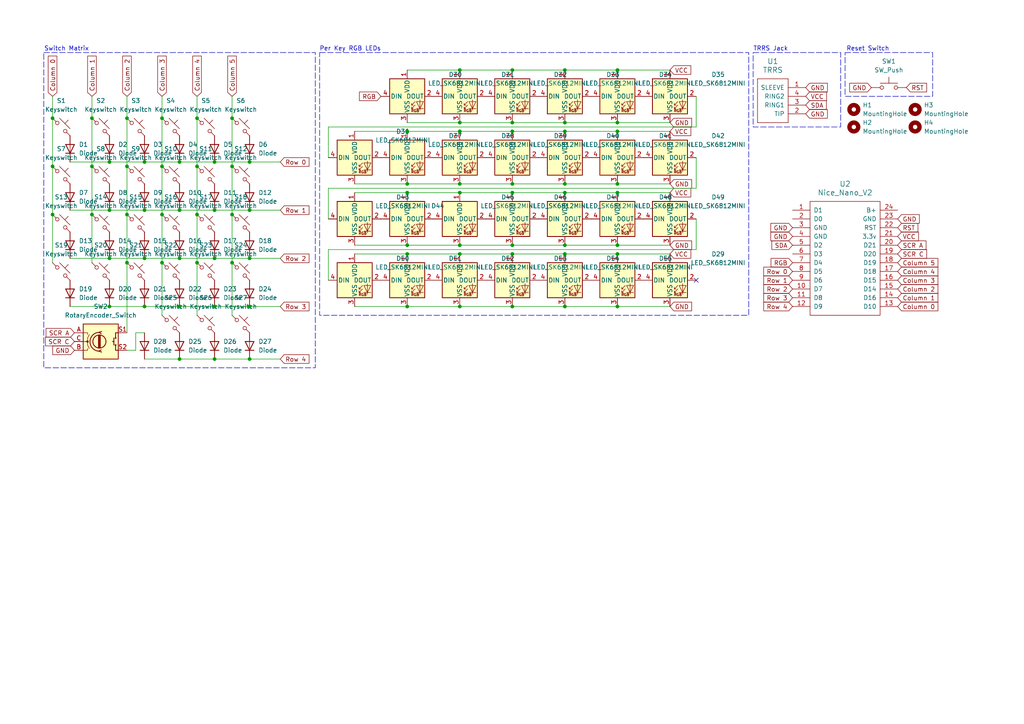
<source format=kicad_sch>
(kicad_sch (version 20231120) (generator "eeschema") (generator_version "8.0")
  (paper "A4")
  (junction (at 179.07 53.34))
  (junction (at 46.99 48.26))
  (junction (at 41.91 74.93))
  (junction (at 148.59 53.34))
  (junction (at 163.83 88.9))
  (junction (at 62.23 104.14))
  (junction (at 41.91 46.99))
  (junction (at 118.11 53.34))
  (junction (at 118.11 38.1))
  (junction (at 46.99 62.23))
  (junction (at 133.35 88.9))
  (junction (at 148.59 73.66))
  (junction (at 36.83 62.23))
  (junction (at 31.75 74.93))
  (junction (at 31.75 60.96))
  (junction (at 163.83 53.34))
  (junction (at 57.15 62.23))
  (junction (at 72.39 104.14))
  (junction (at 163.83 71.12))
  (junction (at 72.39 74.93))
  (junction (at 148.59 71.12))
  (junction (at 148.59 35.56))
  (junction (at 46.99 34.29))
  (junction (at 67.31 76.2))
  (junction (at 57.15 76.2))
  (junction (at 52.07 88.9))
  (junction (at 72.39 60.96))
  (junction (at 46.99 76.2))
  (junction (at 133.35 73.66))
  (junction (at 15.24 48.26))
  (junction (at 179.07 73.66))
  (junction (at 148.59 55.88))
  (junction (at 133.35 38.1))
  (junction (at 41.91 60.96))
  (junction (at 179.07 88.9))
  (junction (at 179.07 71.12))
  (junction (at 179.07 35.56))
  (junction (at 163.83 20.32))
  (junction (at 179.07 55.88))
  (junction (at 26.67 48.26))
  (junction (at 52.07 46.99))
  (junction (at 31.75 88.9))
  (junction (at 62.23 60.96))
  (junction (at 118.11 71.12))
  (junction (at 57.15 48.26))
  (junction (at 118.11 88.9))
  (junction (at 148.59 38.1))
  (junction (at 15.24 62.23))
  (junction (at 133.35 53.34))
  (junction (at 133.35 35.56))
  (junction (at 15.24 34.29))
  (junction (at 26.67 34.29))
  (junction (at 36.83 76.2))
  (junction (at 52.07 60.96))
  (junction (at 36.83 34.29))
  (junction (at 62.23 74.93))
  (junction (at 62.23 88.9))
  (junction (at 163.83 35.56))
  (junction (at 133.35 55.88))
  (junction (at 31.75 46.99))
  (junction (at 52.07 104.14))
  (junction (at 163.83 38.1))
  (junction (at 72.39 46.99))
  (junction (at 163.83 73.66))
  (junction (at 118.11 55.88))
  (junction (at 41.91 88.9))
  (junction (at 67.31 48.26))
  (junction (at 72.39 88.9))
  (junction (at 118.11 73.66))
  (junction (at 133.35 71.12))
  (junction (at 26.67 62.23))
  (junction (at 67.31 34.29))
  (junction (at 52.07 74.93))
  (junction (at 179.07 38.1))
  (junction (at 57.15 34.29))
  (junction (at 62.23 46.99))
  (junction (at 148.59 20.32))
  (junction (at 67.31 62.23))
  (junction (at 148.59 88.9))
  (junction (at 163.83 55.88))
  (junction (at 36.83 48.26))
  (junction (at 133.35 20.32))
  (junction (at 179.07 20.32))
  (no_connect (at 201.93 81.28))
  (wire (pts (xy 26.67 34.29) (xy 26.67 48.26)))
  (wire (pts (xy 179.07 55.88) (xy 194.31 55.88)))
  (wire (pts (xy 41.91 74.93) (xy 52.07 74.93)))
  (wire (pts (xy 95.25 63.5) (xy 95.25 54.61)))
  (wire (pts (xy 67.31 76.2) (xy 67.31 91.44)))
  (wire (pts (xy 118.11 88.9) (xy 133.35 88.9)))
  (wire (pts (xy 57.15 34.29) (xy 57.15 48.26)))
  (wire (pts (xy 118.11 71.12) (xy 133.35 71.12)))
  (wire (pts (xy 118.11 38.1) (xy 133.35 38.1)))
  (wire (pts (xy 20.32 46.99) (xy 31.75 46.99)))
  (wire (pts (xy 62.23 46.99) (xy 72.39 46.99)))
  (wire (pts (xy 52.07 88.9) (xy 62.23 88.9)))
  (wire (pts (xy 95.25 72.39) (xy 201.93 72.39)))
  (wire (pts (xy 102.87 73.66) (xy 118.11 73.66)))
  (wire (pts (xy 133.35 35.56) (xy 148.59 35.56)))
  (wire (pts (xy 148.59 35.56) (xy 163.83 35.56)))
  (wire (pts (xy 41.91 104.14) (xy 52.07 104.14)))
  (wire (pts (xy 163.83 20.32) (xy 179.07 20.32)))
  (wire (pts (xy 39.37 96.52) (xy 39.37 101.6)))
  (wire (pts (xy 179.07 88.9) (xy 194.31 88.9)))
  (wire (pts (xy 15.24 27.94) (xy 15.24 34.29)))
  (wire (pts (xy 179.07 71.12) (xy 194.31 71.12)))
  (wire (pts (xy 52.07 74.93) (xy 62.23 74.93)))
  (wire (pts (xy 118.11 20.32) (xy 133.35 20.32)))
  (wire (pts (xy 179.07 53.34) (xy 194.31 53.34)))
  (wire (pts (xy 31.75 60.96) (xy 41.91 60.96)))
  (wire (pts (xy 26.67 48.26) (xy 26.67 62.23)))
  (wire (pts (xy 102.87 38.1) (xy 118.11 38.1)))
  (wire (pts (xy 31.75 46.99) (xy 41.91 46.99)))
  (wire (pts (xy 72.39 74.93) (xy 81.28 74.93)))
  (wire (pts (xy 102.87 71.12) (xy 118.11 71.12)))
  (wire (pts (xy 163.83 73.66) (xy 179.07 73.66)))
  (wire (pts (xy 67.31 48.26) (xy 67.31 62.23)))
  (wire (pts (xy 46.99 34.29) (xy 46.99 48.26)))
  (wire (pts (xy 148.59 88.9) (xy 163.83 88.9)))
  (wire (pts (xy 57.15 62.23) (xy 57.15 76.2)))
  (wire (pts (xy 163.83 35.56) (xy 179.07 35.56)))
  (wire (pts (xy 57.15 27.94) (xy 57.15 34.29)))
  (wire (pts (xy 41.91 46.99) (xy 52.07 46.99)))
  (wire (pts (xy 148.59 71.12) (xy 163.83 71.12)))
  (wire (pts (xy 201.93 72.39) (xy 201.93 63.5)))
  (wire (pts (xy 46.99 62.23) (xy 46.99 76.2)))
  (wire (pts (xy 26.67 62.23) (xy 26.67 76.2)))
  (wire (pts (xy 31.75 74.93) (xy 41.91 74.93)))
  (wire (pts (xy 57.15 76.2) (xy 57.15 91.44)))
  (wire (pts (xy 62.23 74.93) (xy 72.39 74.93)))
  (wire (pts (xy 118.11 55.88) (xy 133.35 55.88)))
  (wire (pts (xy 95.25 54.61) (xy 201.93 54.61)))
  (wire (pts (xy 133.35 55.88) (xy 148.59 55.88)))
  (wire (pts (xy 36.83 34.29) (xy 36.83 48.26)))
  (wire (pts (xy 36.83 62.23) (xy 36.83 76.2)))
  (wire (pts (xy 41.91 88.9) (xy 52.07 88.9)))
  (wire (pts (xy 52.07 60.96) (xy 62.23 60.96)))
  (wire (pts (xy 15.24 34.29) (xy 15.24 48.26)))
  (wire (pts (xy 20.32 88.9) (xy 31.75 88.9)))
  (wire (pts (xy 46.99 76.2) (xy 46.99 91.44)))
  (wire (pts (xy 102.87 88.9) (xy 118.11 88.9)))
  (wire (pts (xy 52.07 104.14) (xy 62.23 104.14)))
  (wire (pts (xy 20.32 74.93) (xy 31.75 74.93)))
  (wire (pts (xy 46.99 27.94) (xy 46.99 34.29)))
  (wire (pts (xy 57.15 48.26) (xy 57.15 62.23)))
  (wire (pts (xy 31.75 88.9) (xy 41.91 88.9)))
  (wire (pts (xy 41.91 96.52) (xy 39.37 96.52)))
  (wire (pts (xy 72.39 88.9) (xy 81.28 88.9)))
  (wire (pts (xy 95.25 45.72) (xy 95.25 36.83)))
  (wire (pts (xy 133.35 38.1) (xy 148.59 38.1)))
  (wire (pts (xy 148.59 53.34) (xy 163.83 53.34)))
  (wire (pts (xy 148.59 38.1) (xy 163.83 38.1)))
  (wire (pts (xy 46.99 48.26) (xy 46.99 62.23)))
  (wire (pts (xy 163.83 88.9) (xy 179.07 88.9)))
  (wire (pts (xy 179.07 35.56) (xy 194.31 35.56)))
  (wire (pts (xy 20.32 60.96) (xy 31.75 60.96)))
  (wire (pts (xy 163.83 55.88) (xy 179.07 55.88)))
  (wire (pts (xy 133.35 53.34) (xy 148.59 53.34)))
  (wire (pts (xy 118.11 53.34) (xy 133.35 53.34)))
  (wire (pts (xy 36.83 48.26) (xy 36.83 62.23)))
  (wire (pts (xy 36.83 27.94) (xy 36.83 34.29)))
  (wire (pts (xy 15.24 48.26) (xy 15.24 62.23)))
  (wire (pts (xy 52.07 46.99) (xy 62.23 46.99)))
  (wire (pts (xy 72.39 46.99) (xy 81.28 46.99)))
  (wire (pts (xy 62.23 104.14) (xy 72.39 104.14)))
  (wire (pts (xy 26.67 27.94) (xy 26.67 34.29)))
  (wire (pts (xy 148.59 20.32) (xy 163.83 20.32)))
  (wire (pts (xy 179.07 38.1) (xy 194.31 38.1)))
  (wire (pts (xy 179.07 73.66) (xy 194.31 73.66)))
  (wire (pts (xy 39.37 101.6) (xy 36.83 101.6)))
  (wire (pts (xy 72.39 104.14) (xy 81.28 104.14)))
  (wire (pts (xy 133.35 88.9) (xy 148.59 88.9)))
  (wire (pts (xy 163.83 53.34) (xy 179.07 53.34)))
  (wire (pts (xy 201.93 54.61) (xy 201.93 45.72)))
  (wire (pts (xy 133.35 20.32) (xy 148.59 20.32)))
  (wire (pts (xy 179.07 20.32) (xy 194.31 20.32)))
  (wire (pts (xy 62.23 60.96) (xy 72.39 60.96)))
  (wire (pts (xy 163.83 38.1) (xy 179.07 38.1)))
  (wire (pts (xy 133.35 73.66) (xy 148.59 73.66)))
  (wire (pts (xy 201.93 36.83) (xy 201.93 27.94)))
  (wire (pts (xy 41.91 60.96) (xy 52.07 60.96)))
  (wire (pts (xy 163.83 71.12) (xy 179.07 71.12)))
  (wire (pts (xy 148.59 73.66) (xy 163.83 73.66)))
  (wire (pts (xy 102.87 53.34) (xy 118.11 53.34)))
  (wire (pts (xy 67.31 27.94) (xy 67.31 34.29)))
  (wire (pts (xy 62.23 88.9) (xy 72.39 88.9)))
  (wire (pts (xy 15.24 62.23) (xy 15.24 76.2)))
  (wire (pts (xy 148.59 55.88) (xy 163.83 55.88)))
  (wire (pts (xy 118.11 73.66) (xy 133.35 73.66)))
  (wire (pts (xy 95.25 36.83) (xy 201.93 36.83)))
  (wire (pts (xy 118.11 35.56) (xy 133.35 35.56)))
  (wire (pts (xy 102.87 55.88) (xy 118.11 55.88)))
  (wire (pts (xy 72.39 60.96) (xy 81.28 60.96)))
  (wire (pts (xy 67.31 62.23) (xy 67.31 76.2)))
  (wire (pts (xy 67.31 34.29) (xy 67.31 48.26)))
  (wire (pts (xy 36.83 76.2) (xy 36.83 96.52)))
  (wire (pts (xy 95.25 81.28) (xy 95.25 72.39)))
  (wire (pts (xy 133.35 71.12) (xy 148.59 71.12)))
  (rectangle (start 12.7 15.24) (end 91.44 106.68) (stroke (width 0) (type dash)))
  (rectangle (start 245.11 15.24) (end 270.51 27.94) (stroke (width 0) (type dash)))
  (rectangle (start 218.44 15.24) (end 243.84 36.83) (stroke (width 0) (type dash)))
  (rectangle (start 92.71 15.24) (end 217.17 91.44) (stroke (width 0) (type dash)))
  (text "Reset Switch" (at 251.714 14.224 0) (effects (font (size 1.27 1.27))))
  (text "TRRS Jack" (at 223.52 14.224 0) (effects (font (size 1.27 1.27))))
  (text "Switch Matrix" (at 19.304 14.224 0) (effects (font (size 1.27 1.27))))
  (text "Per Key RGB LEDs" (at 101.6 14.224 0) (effects (font (size 1.27 1.27))))
  (global_label "GND" (shape input) (at 252.73 25.4 180) (property "Intersheetrefs" "${INTERSHEET_REFS}" (effects (hide yes))))
  (global_label "GND" (shape input) (at 194.31 88.9 0) (property "Intersheetrefs" "${INTERSHEET_REFS}" (effects (hide yes))))
  (global_label "GND" (shape input) (at 229.87 66.04 180) (property "Intersheetrefs" "${INTERSHEET_REFS}" (effects (hide yes))))
  (global_label "GND" (shape input) (at 233.68 33.02 0) (property "Intersheetrefs" "${INTERSHEET_REFS}" (effects (hide yes))))
  (global_label "Row 3" (shape input) (at 229.87 86.36 180) (property "Intersheetrefs" "${INTERSHEET_REFS}" (effects (hide yes))))
  (global_label "Row 3" (shape input) (at 81.28 88.9 0) (property "Intersheetrefs" "${INTERSHEET_REFS}" (effects (hide yes))))
  (global_label "Row 2" (shape input) (at 81.28 74.93 0) (property "Intersheetrefs" "${INTERSHEET_REFS}" (effects (hide yes))))
  (global_label "Column 3" (shape input) (at 260.35 81.28 0) (property "Intersheetrefs" "${INTERSHEET_REFS}" (effects (hide yes))))
  (global_label "Column 4" (shape input) (at 260.35 78.74 0) (property "Intersheetrefs" "${INTERSHEET_REFS}" (effects (hide yes))))
  (global_label "Row 4" (shape input) (at 229.87 88.9 180) (property "Intersheetrefs" "${INTERSHEET_REFS}" (effects (hide yes))))
  (global_label "Column 0" (shape input) (at 15.24 27.94 90) (property "Intersheetrefs" "${INTERSHEET_REFS}" (effects (hide yes))))
  (global_label "GND" (shape input) (at 260.35 63.5 0) (property "Intersheetrefs" "${INTERSHEET_REFS}" (effects (hide yes))))
  (global_label "Row 2" (shape input) (at 229.87 83.82 180) (property "Intersheetrefs" "${INTERSHEET_REFS}" (effects (hide yes))))
  (global_label "Column 5" (shape input) (at 67.31 27.94 90) (property "Intersheetrefs" "${INTERSHEET_REFS}" (effects (hide yes))))
  (global_label "GND" (shape input) (at 233.68 25.4 0) (property "Intersheetrefs" "${INTERSHEET_REFS}" (effects (hide yes))))
  (global_label "RGB" (shape input) (at 229.87 76.2 180) (property "Intersheetrefs" "${INTERSHEET_REFS}" (effects (hide yes))))
  (global_label "Row 4" (shape input) (at 81.28 104.14 0) (property "Intersheetrefs" "${INTERSHEET_REFS}" (effects (hide yes))))
  (global_label "Column 2" (shape input) (at 260.35 83.82 0) (property "Intersheetrefs" "${INTERSHEET_REFS}" (effects (hide yes))))
  (global_label "GND" (shape input) (at 21.59 101.6 180) (property "Intersheetrefs" "${INTERSHEET_REFS}" (effects (hide yes))))
  (global_label "VCC" (shape input) (at 194.31 38.1 0) (property "Intersheetrefs" "${INTERSHEET_REFS}" (effects (hide yes))))
  (global_label "Row 0" (shape input) (at 81.28 46.99 0) (property "Intersheetrefs" "${INTERSHEET_REFS}" (effects (hide yes))))
  (global_label "SDA" (shape input) (at 233.68 30.48 0) (property "Intersheetrefs" "${INTERSHEET_REFS}" (effects (hide yes))))
  (global_label "Row 1" (shape input) (at 229.87 81.28 180) (property "Intersheetrefs" "${INTERSHEET_REFS}" (effects (hide yes))))
  (global_label "RGB" (shape input) (at 110.49 27.94 180) (property "Intersheetrefs" "${INTERSHEET_REFS}" (effects (hide yes))))
  (global_label "SCR C" (shape input) (at 21.59 99.06 180) (property "Intersheetrefs" "${INTERSHEET_REFS}" (effects (hide yes))))
  (global_label "Column 5" (shape input) (at 260.35 76.2 0) (property "Intersheetrefs" "${INTERSHEET_REFS}" (effects (hide yes))))
  (global_label "GND" (shape input) (at 194.31 53.34 0) (property "Intersheetrefs" "${INTERSHEET_REFS}" (effects (hide yes))))
  (global_label "Column 1" (shape input) (at 26.67 27.94 90) (property "Intersheetrefs" "${INTERSHEET_REFS}" (effects (hide yes))))
  (global_label "VCC" (shape input) (at 194.31 20.32 0) (property "Intersheetrefs" "${INTERSHEET_REFS}" (effects (hide yes))))
  (global_label "VCC" (shape input) (at 260.35 68.58 0) (property "Intersheetrefs" "${INTERSHEET_REFS}" (effects (hide yes))))
  (global_label "GND" (shape input) (at 194.31 35.56 0) (property "Intersheetrefs" "${INTERSHEET_REFS}" (effects (hide yes))))
  (global_label "VCC" (shape input) (at 194.31 55.88 0) (property "Intersheetrefs" "${INTERSHEET_REFS}" (effects (hide yes))))
  (global_label "Row 1" (shape input) (at 81.28 60.96 0) (property "Intersheetrefs" "${INTERSHEET_REFS}" (effects (hide yes))))
  (global_label "RST" (shape input) (at 260.35 66.04 0) (property "Intersheetrefs" "${INTERSHEET_REFS}" (effects (hide yes))))
  (global_label "Column 3" (shape input) (at 46.99 27.94 90) (property "Intersheetrefs" "${INTERSHEET_REFS}" (effects (hide yes))))
  (global_label "GND" (shape input) (at 229.87 68.58 180) (property "Intersheetrefs" "${INTERSHEET_REFS}" (effects (hide yes))))
  (global_label "SDA" (shape input) (at 229.87 71.12 180) (property "Intersheetrefs" "${INTERSHEET_REFS}" (effects (hide yes))))
  (global_label "Column 4" (shape input) (at 57.15 27.94 90) (property "Intersheetrefs" "${INTERSHEET_REFS}" (effects (hide yes))))
  (global_label "Column 2" (shape input) (at 36.83 27.94 90) (property "Intersheetrefs" "${INTERSHEET_REFS}" (effects (hide yes))))
  (global_label "SCR A" (shape input) (at 260.35 71.12 0) (property "Intersheetrefs" "${INTERSHEET_REFS}" (effects (hide yes))))
  (global_label "Column 0" (shape input) (at 260.35 88.9 0) (property "Intersheetrefs" "${INTERSHEET_REFS}" (effects (hide yes))))
  (global_label "Column 1" (shape input) (at 260.35 86.36 0) (property "Intersheetrefs" "${INTERSHEET_REFS}" (effects (hide yes))))
  (global_label "Row 0" (shape input) (at 229.87 78.74 180) (property "Intersheetrefs" "${INTERSHEET_REFS}" (effects (hide yes))))
  (global_label "VCC" (shape input) (at 194.31 73.66 0) (property "Intersheetrefs" "${INTERSHEET_REFS}" (effects (hide yes))))
  (global_label "SCR A" (shape input) (at 21.59 96.52 180) (property "Intersheetrefs" "${INTERSHEET_REFS}" (effects (hide yes))))
  (global_label "SCR C" (shape input) (at 260.35 73.66 0) (property "Intersheetrefs" "${INTERSHEET_REFS}" (effects (hide yes))))
  (global_label "GND" (shape input) (at 194.31 71.12 0) (property "Intersheetrefs" "${INTERSHEET_REFS}" (effects (hide yes))))
  (global_label "VCC" (shape input) (at 233.68 27.94 0) (property "Intersheetrefs" "${INTERSHEET_REFS}" (effects (hide yes))))
  (global_label "RST" (shape input) (at 262.89 25.4 0) (property "Intersheetrefs" "${INTERSHEET_REFS}" (effects (hide yes))))
  (symbol (lib_id "Mechanical:MountingHole") (at 265.43 31.75 0) (unit 1) (exclude_from_sim yes) (in_bom no)
    (property "Reference" "H3" (at 267.97 30.4799 0) (effects (justify left)))
    (property "Value" "MountingHole" (at 267.97 33.0199 0) (effects (justify left)))
    (property "Footprint" "Flippy:MountingHole_2.2mm_M2_Pad_Via" (effects (hide yes)))
    (property "Description" "Mounting Hole without connection" (effects (hide yes)))
  )
  (symbol (lib_id "ScottoKeebs:Placeholder_Diode") (at 62.23 71.12 90) (unit 1)
    (property "Reference" "D17" (at 64.77 69.8499 90) (effects (justify right)))
    (property "Value" "Diode" (at 64.77 72.3899 90) (effects (justify right)))
    (property "Footprint" "Flippy:Diode_DO-35-FLIP" (effects (hide yes)))
    (property "Description" "1N4148 (DO-35) or 1N4148W (SOD-123)" (effects (hide yes)))
    (property "Sim.Device" "D" (effects (hide yes)))
    (property "Sim.Pins" "1=K 2=A" (effects (hide yes)))
  )
  (symbol (lib_id "Flippy:LED_SK6812MINI_E") (at 163.83 81.28 0) (unit 1)
    (property "Reference" "D54" (at 177.8 74.9614 0))
    (property "Value" "LED_SK6812MINI" (at 177.8 77.5014 0))
    (property "Footprint" "Flippy:SK6812_mini_e_flipable" (effects (hide yes)))
    (property "Datasheet" "https://cdn-shop.adafruit.com/product-files/2686/SK6812MINI_REV.01-1-2.pdf" (effects (hide yes)))
    (property "Description" "RGB LED with integrated controller" (effects (hide yes)))
  )
  (symbol (lib_id "Flippy:LED_SK6812MINI_E") (at 133.35 81.28 0) (unit 1)
    (property "Reference" "D52" (at 147.32 74.9614 0))
    (property "Value" "LED_SK6812MINI" (at 147.32 77.5014 0))
    (property "Footprint" "Flippy:SK6812_mini_e_flipable" (effects (hide yes)))
    (property "Datasheet" "https://cdn-shop.adafruit.com/product-files/2686/SK6812MINI_REV.01-1-2.pdf" (effects (hide yes)))
    (property "Description" "RGB LED with integrated controller" (effects (hide yes)))
  )
  (symbol (lib_id "Mechanical:MountingHole") (at 247.65 36.83 0) (unit 1) (exclude_from_sim yes) (in_bom no)
    (property "Reference" "H2" (at 250.19 35.5599 0) (effects (justify left)))
    (property "Value" "MountingHole" (at 250.19 38.0999 0) (effects (justify left)))
    (property "Footprint" "Flippy:MountingHole_2.2mm_M2_Pad_Via" (effects (hide yes)))
    (property "Description" "Mounting Hole without connection" (effects (hide yes)))
  )
  (symbol (lib_id "Flippy:LED_SK6812MINI_E") (at 133.35 63.5 0) (unit 1)
    (property "Reference" "D45" (at 147.32 57.1814 0))
    (property "Value" "LED_SK6812MINI" (at 147.32 59.7214 0))
    (property "Footprint" "Flippy:SK6812_mini_e_flipable" (effects (hide yes)))
    (property "Datasheet" "https://cdn-shop.adafruit.com/product-files/2686/SK6812MINI_REV.01-1-2.pdf" (effects (hide yes)))
    (property "Description" "RGB LED with integrated controller" (effects (hide yes)))
  )
  (symbol (lib_id "ScottoKeebs:Placeholder_Keyswitch") (at 39.37 78.74 0) (unit 1)
    (property "Reference" "S21" (at 39.37 71.12 0))
    (property "Value" "Keyswitch" (at 39.37 73.66 0))
    (property "Footprint" "Flippy:Kailh-PG1350-1u-reversible-No-Clickhole" (effects (hide yes)))
    (property "Description" "Push button switch, normally open, two pins, 45° tilted" (effects (hide yes)))
  )
  (symbol (lib_id "ScottoKeebs:Placeholder_Diode") (at 62.23 100.33 90) (unit 1)
    (property "Reference" "D26" (at 64.77 99.0599 90) (effects (justify right)))
    (property "Value" "Diode" (at 64.77 101.5999 90) (effects (justify right)))
    (property "Footprint" "Flippy:Diode_DO-35-FLIP" (effects (hide yes)))
    (property "Description" "1N4148 (DO-35) or 1N4148W (SOD-123)" (effects (hide yes)))
    (property "Sim.Device" "D" (effects (hide yes)))
    (property "Sim.Pins" "1=K 2=A" (effects (hide yes)))
  )
  (symbol (lib_id "ScottoKeebs:Placeholder_Keyswitch") (at 29.21 50.8 0) (unit 1)
    (property "Reference" "S8" (at 29.21 43.18 0))
    (property "Value" "Keyswitch" (at 29.21 45.72 0))
    (property "Footprint" "Flippy:Kailh-PG1350-1u-reversible-No-Clickhole" (effects (hide yes)))
    (property "Description" "Push button switch, normally open, two pins, 45° tilted" (effects (hide yes)))
  )
  (symbol (lib_id "ScottoKeebs:Placeholder_Keyswitch") (at 59.69 78.74 0) (unit 1)
    (property "Reference" "S23" (at 59.69 71.12 0))
    (property "Value" "Keyswitch" (at 59.69 73.66 0))
    (property "Footprint" "Flippy:Kailh-PG1350-1u-reversible-No-Clickhole" (effects (hide yes)))
    (property "Description" "Push button switch, normally open, two pins, 45° tilted" (effects (hide yes)))
  )
  (symbol (lib_id "ScottoKeebs:Placeholder_Diode") (at 20.32 71.12 90) (unit 1)
    (property "Reference" "D13" (at 22.86 69.8499 90) (effects (justify right)))
    (property "Value" "Diode" (at 22.86 72.3899 90) (effects (justify right)))
    (property "Footprint" "Flippy:Diode_DO-35-FLIP" (effects (hide yes)))
    (property "Description" "1N4148 (DO-35) or 1N4148W (SOD-123)" (effects (hide yes)))
    (property "Sim.Device" "D" (effects (hide yes)))
    (property "Sim.Pins" "1=K 2=A" (effects (hide yes)))
  )
  (symbol (lib_id "ScottoKeebs:Placeholder_Diode") (at 72.39 100.33 90) (unit 1)
    (property "Reference" "D27" (at 74.93 99.0599 90) (effects (justify right)))
    (property "Value" "Diode" (at 74.93 101.5999 90) (effects (justify right)))
    (property "Footprint" "Flippy:Diode_DO-35-FLIP" (effects (hide yes)))
    (property "Description" "1N4148 (DO-35) or 1N4148W (SOD-123)" (effects (hide yes)))
    (property "Sim.Device" "D" (effects (hide yes)))
    (property "Sim.Pins" "1=K 2=A" (effects (hide yes)))
  )
  (symbol (lib_id "Flippy:LED_SK6812MINI_E") (at 118.11 45.72 0) (unit 1)
    (property "Reference" "D37" (at 132.08 39.4014 0))
    (property "Value" "LED_SK6812MINI" (at 132.08 41.9414 0))
    (property "Footprint" "Flippy:SK6812_mini_e_flipable" (effects (hide yes)))
    (property "Datasheet" "https://cdn-shop.adafruit.com/product-files/2686/SK6812MINI_REV.01-1-2.pdf" (effects (hide yes)))
    (property "Description" "RGB LED with integrated controller" (effects (hide yes)))
  )
  (symbol (lib_id "ScottoKeebs:Placeholder_Keyswitch") (at 49.53 36.83 0) (unit 1)
    (property "Reference" "S4" (at 49.53 29.21 0))
    (property "Value" "Keyswitch" (at 49.53 31.75 0))
    (property "Footprint" "Flippy:Kailh-PG1350-1u-reversible-No-Clickhole" (effects (hide yes)))
    (property "Description" "Push button switch, normally open, two pins, 45° tilted" (effects (hide yes)))
  )
  (symbol (lib_id "Flippy:LED_SK6812MINI_E") (at 179.07 63.5 0) (unit 1)
    (property "Reference" "D48" (at 193.04 57.1814 0))
    (property "Value" "LED_SK6812MINI" (at 193.04 59.7214 0))
    (property "Footprint" "Flippy:SK6812_mini_e_flipable" (effects (hide yes)))
    (property "Datasheet" "https://cdn-shop.adafruit.com/product-files/2686/SK6812MINI_REV.01-1-2.pdf" (effects (hide yes)))
    (property "Description" "RGB LED with integrated controller" (effects (hide yes)))
  )
  (symbol (lib_id "Flippy:LED_SK6812MINI_E") (at 148.59 81.28 0) (unit 1)
    (property "Reference" "D53" (at 162.56 74.9614 0))
    (property "Value" "LED_SK6812MINI" (at 162.56 77.5014 0))
    (property "Footprint" "Flippy:SK6812_mini_e_flipable" (effects (hide yes)))
    (property "Datasheet" "https://cdn-shop.adafruit.com/product-files/2686/SK6812MINI_REV.01-1-2.pdf" (effects (hide yes)))
    (property "Description" "RGB LED with integrated controller" (effects (hide yes)))
  )
  (symbol (lib_id "Flippy:LED_SK6812MINI_E") (at 194.31 27.94 0) (unit 1)
    (property "Reference" "D35" (at 208.28 21.6214 0))
    (property "Value" "LED_SK6812MINI" (at 208.28 24.1614 0))
    (property "Footprint" "Flippy:SK6812_mini_e_flipable" (effects (hide yes)))
    (property "Datasheet" "https://cdn-shop.adafruit.com/product-files/2686/SK6812MINI_REV.01-1-2.pdf" (effects (hide yes)))
    (property "Description" "RGB LED with integrated controller" (effects (hide yes)))
  )
  (symbol (lib_id "Mechanical:MountingHole") (at 247.65 31.75 0) (unit 1) (exclude_from_sim yes) (in_bom no)
    (property "Reference" "H1" (at 250.19 30.4799 0) (effects (justify left)))
    (property "Value" "MountingHole" (at 250.19 33.0199 0) (effects (justify left)))
    (property "Footprint" "Flippy:MountingHole_2.2mm_M2_Pad_Via" (effects (hide yes)))
    (property "Description" "Mounting Hole without connection" (effects (hide yes)))
  )
  (symbol (lib_id "Flippy:LED_SK6812MINI_E") (at 148.59 27.94 0) (unit 1)
    (property "Reference" "D32" (at 162.56 21.6214 0))
    (property "Value" "LED_SK6812MINI" (at 162.56 24.1614 0))
    (property "Footprint" "Flippy:SK6812_mini_e_flipable" (effects (hide yes)))
    (property "Datasheet" "https://cdn-shop.adafruit.com/product-files/2686/SK6812MINI_REV.01-1-2.pdf" (effects (hide yes)))
    (property "Description" "RGB LED with integrated controller" (effects (hide yes)))
  )
  (symbol (lib_id "ScottoKeebs:Placeholder_Diode") (at 72.39 71.12 90) (unit 1)
    (property "Reference" "D18" (at 74.93 69.8499 90) (effects (justify right)))
    (property "Value" "Diode" (at 74.93 72.3899 90) (effects (justify right)))
    (property "Footprint" "Flippy:Diode_DO-35-FLIP" (effects (hide yes)))
    (property "Description" "1N4148 (DO-35) or 1N4148W (SOD-123)" (effects (hide yes)))
    (property "Sim.Device" "D" (effects (hide yes)))
    (property "Sim.Pins" "1=K 2=A" (effects (hide yes)))
  )
  (symbol (lib_id "ScottoKeebs:Placeholder_Diode") (at 62.23 85.09 90) (unit 1)
    (property "Reference" "D23" (at 64.77 83.8199 90) (effects (justify right)))
    (property "Value" "Diode" (at 64.77 86.3599 90) (effects (justify right)))
    (property "Footprint" "Flippy:Diode_DO-35-FLIP" (effects (hide yes)))
    (property "Description" "1N4148 (DO-35) or 1N4148W (SOD-123)" (effects (hide yes)))
    (property "Sim.Device" "D" (effects (hide yes)))
    (property "Sim.Pins" "1=K 2=A" (effects (hide yes)))
  )
  (symbol (lib_id "ScottoKeebs:Placeholder_Keyswitch") (at 69.85 36.83 0) (unit 1)
    (property "Reference" "S6" (at 69.85 29.21 0))
    (property "Value" "Keyswitch" (at 69.85 31.75 0))
    (property "Footprint" "Flippy:Kailh-PG1350-1u-reversible-No-Clickhole" (effects (hide yes)))
    (property "Description" "Push button switch, normally open, two pins, 45° tilted" (effects (hide yes)))
  )
  (symbol (lib_id "ScottoKeebs:Placeholder_Diode") (at 41.91 43.18 90) (unit 1)
    (property "Reference" "D3" (at 44.45 41.9099 90) (effects (justify right)))
    (property "Value" "Diode" (at 44.45 44.4499 90) (effects (justify right)))
    (property "Footprint" "Flippy:Diode_DO-35-FLIP" (effects (hide yes)))
    (property "Description" "1N4148 (DO-35) or 1N4148W (SOD-123)" (effects (hide yes)))
    (property "Sim.Device" "D" (effects (hide yes)))
    (property "Sim.Pins" "1=K 2=A" (effects (hide yes)))
  )
  (symbol (lib_id "ScottoKeebs:Placeholder_Diode") (at 52.07 100.33 90) (unit 1)
    (property "Reference" "D25" (at 54.61 99.0599 90) (effects (justify right)))
    (property "Value" "Diode" (at 54.61 101.5999 90) (effects (justify right)))
    (property "Footprint" "Flippy:Diode_DO-35-FLIP" (effects (hide yes)))
    (property "Description" "1N4148 (DO-35) or 1N4148W (SOD-123)" (effects (hide yes)))
    (property "Sim.Device" "D" (effects (hide yes)))
    (property "Sim.Pins" "1=K 2=A" (effects (hide yes)))
  )
  (symbol (lib_id "ScottoKeebs:Placeholder_Diode") (at 20.32 85.09 90) (unit 1)
    (property "Reference" "D19" (at 22.86 83.8199 90) (effects (justify right)))
    (property "Value" "Diode" (at 22.86 86.3599 90) (effects (justify right)))
    (property "Footprint" "Flippy:Diode_DO-35-FLIP" (effects (hide yes)))
    (property "Description" "1N4148 (DO-35) or 1N4148W (SOD-123)" (effects (hide yes)))
    (property "Sim.Device" "D" (effects (hide yes)))
    (property "Sim.Pins" "1=K 2=A" (effects (hide yes)))
  )
  (symbol (lib_id "Flippy:LED_SK6812MINI_E") (at 118.11 81.28 0) (unit 1)
    (property "Reference" "D51" (at 132.08 74.9614 0))
    (property "Value" "LED_SK6812MINI" (at 132.08 77.5014 0))
    (property "Footprint" "Flippy:SK6812_mini_e_flipable" (effects (hide yes)))
    (property "Datasheet" "https://cdn-shop.adafruit.com/product-files/2686/SK6812MINI_REV.01-1-2.pdf" (effects (hide yes)))
    (property "Description" "RGB LED with integrated controller" (effects (hide yes)))
  )
  (symbol (lib_id "ScottoKeebs:Placeholder_Keyswitch") (at 49.53 50.8 0) (unit 1)
    (property "Reference" "S10" (at 49.53 43.18 0))
    (property "Value" "Keyswitch" (at 49.53 45.72 0))
    (property "Footprint" "Flippy:Kailh-PG1350-1u-reversible-No-Clickhole" (effects (hide yes)))
    (property "Description" "Push button switch, normally open, two pins, 45° tilted" (effects (hide yes)))
  )
  (symbol (lib_id "ScottoKeebs:Placeholder_Diode") (at 72.39 57.15 90) (unit 1)
    (property "Reference" "D12" (at 74.93 55.8799 90) (effects (justify right)))
    (property "Value" "Diode" (at 74.93 58.4199 90) (effects (justify right)))
    (property "Footprint" "Flippy:Diode_DO-35-FLIP" (effects (hide yes)))
    (property "Description" "1N4148 (DO-35) or 1N4148W (SOD-123)" (effects (hide yes)))
    (property "Sim.Device" "D" (effects (hide yes)))
    (property "Sim.Pins" "1=K 2=A" (effects (hide yes)))
  )
  (symbol (lib_id "ScottoKeebs:Placeholder_Keyswitch") (at 39.37 36.83 0) (unit 1)
    (property "Reference" "S3" (at 39.37 29.21 0))
    (property "Value" "Keyswitch" (at 39.37 31.75 0))
    (property "Footprint" "Flippy:Kailh-PG1350-1u-reversible-No-Clickhole" (effects (hide yes)))
    (property "Description" "Push button switch, normally open, two pins, 45° tilted" (effects (hide yes)))
  )
  (symbol (lib_id "ScottoKeebs:Placeholder_Keyswitch") (at 69.85 93.98 0) (unit 1)
    (property "Reference" "S27" (at 69.85 86.36 0))
    (property "Value" "Keyswitch" (at 69.85 88.9 0))
    (property "Footprint" "Flippy:Kailh-PG1350-1u-reversible-No-Clickhole" (effects (hide yes)))
    (property "Description" "Push button switch, normally open, two pins, 45° tilted" (effects (hide yes)))
  )
  (symbol (lib_id "Flippy:LED_SK6812MINI_E") (at 102.87 81.28 0) (unit 1)
    (property "Reference" "D50" (at 116.84 74.9614 0))
    (property "Value" "LED_SK6812MINI" (at 116.84 77.5014 0))
    (property "Footprint" "Flippy:SK6812_mini_e_flipable" (effects (hide yes)))
    (property "Datasheet" "https://cdn-shop.adafruit.com/product-files/2686/SK6812MINI_REV.01-1-2.pdf" (effects (hide yes)))
    (property "Description" "RGB LED with integrated controller" (effects (hide yes)))
  )
  (symbol (lib_id "Switch:SW_Push") (at 257.81 25.4 0) (unit 1)
    (property "Reference" "SW1" (at 257.81 17.78 0))
    (property "Value" "SW_Push" (at 257.81 20.32 0))
    (property "Footprint" "Button_Switch_THT:SW_PUSH_6mm_H4.3mm" (effects (hide yes)))
    (property "Description" "Push button switch, generic, two pins" (effects (hide yes)))
  )
  (symbol (lib_id "ScottoKeebs:Placeholder_Keyswitch") (at 39.37 50.8 0) (unit 1)
    (property "Reference" "S9" (at 39.37 43.18 0))
    (property "Value" "Keyswitch" (at 39.37 45.72 0))
    (property "Footprint" "Flippy:Kailh-PG1350-1u-reversible-No-Clickhole" (effects (hide yes)))
    (property "Description" "Push button switch, normally open, two pins, 45° tilted" (effects (hide yes)))
  )
  (symbol (lib_id "ScottoKeebs:Placeholder_Diode") (at 31.75 43.18 90) (unit 1)
    (property "Reference" "D2" (at 34.29 41.9099 90) (effects (justify right)))
    (property "Value" "Diode" (at 34.29 44.4499 90) (effects (justify right)))
    (property "Footprint" "Flippy:Diode_DO-35-FLIP" (effects (hide yes)))
    (property "Description" "1N4148 (DO-35) or 1N4148W (SOD-123)" (effects (hide yes)))
    (property "Sim.Device" "D" (effects (hide yes)))
    (property "Sim.Pins" "1=K 2=A" (effects (hide yes)))
  )
  (symbol (lib_id "ScottoKeebs:Placeholder_Keyswitch") (at 17.78 50.8 0) (unit 1)
    (property "Reference" "S7" (at 17.78 43.18 0))
    (property "Value" "Keyswitch" (at 17.78 45.72 0))
    (property "Footprint" "Flippy:Kailh-PG1350-1u-reversible-No-Clickhole" (effects (hide yes)))
    (property "Description" "Push button switch, normally open, two pins, 45° tilted" (effects (hide yes)))
  )
  (symbol (lib_id "Mechanical:MountingHole") (at 265.43 36.83 0) (unit 1) (exclude_from_sim yes) (in_bom no)
    (property "Reference" "H4" (at 267.97 35.5599 0) (effects (justify left)))
    (property "Value" "MountingHole" (at 267.97 38.0999 0) (effects (justify left)))
    (property "Footprint" "Flippy:MountingHole_2.2mm_M2_Pad_Via" (effects (hide yes)))
    (property "Description" "Mounting Hole without connection" (effects (hide yes)))
  )
  (symbol (lib_id "ScottoKeebs:MCU_Nice_Nano_V2") (at 245.11 74.93 0) (unit 1)
    (property "Reference" "U2" (at 245.11 53.34 0) (effects (font (size 1.524 1.524))))
    (property "Value" "Nice_Nano_V2" (at 245.11 55.88 0) (effects (font (size 1.524 1.524))))
    (property "Footprint" "ScottoKeebs_MCU:Nice_Nano_V2" (effects (hide yes)))
  )
  (symbol (lib_id "ScottoKeebs:Placeholder_Diode") (at 31.75 57.15 90) (unit 1)
    (property "Reference" "D8" (at 34.29 55.8799 90) (effects (justify right)))
    (property "Value" "Diode" (at 34.29 58.4199 90) (effects (justify right)))
    (property "Footprint" "Flippy:Diode_DO-35-FLIP" (effects (hide yes)))
    (property "Description" "1N4148 (DO-35) or 1N4148W (SOD-123)" (effects (hide yes)))
    (property "Sim.Device" "D" (effects (hide yes)))
    (property "Sim.Pins" "1=K 2=A" (effects (hide yes)))
  )
  (symbol (lib_id "ScottoKeebs:Placeholder_Diode") (at 52.07 71.12 90) (unit 1)
    (property "Reference" "D16" (at 54.61 69.8499 90) (effects (justify right)))
    (property "Value" "Diode" (at 54.61 72.3899 90) (effects (justify right)))
    (property "Footprint" "Flippy:Diode_DO-35-FLIP" (effects (hide yes)))
    (property "Description" "1N4148 (DO-35) or 1N4148W (SOD-123)" (effects (hide yes)))
    (property "Sim.Device" "D" (effects (hide yes)))
    (property "Sim.Pins" "1=K 2=A" (effects (hide yes)))
  )
  (symbol (lib_id "ScottoKeebs:Placeholder_Diode") (at 41.91 71.12 90) (unit 1)
    (property "Reference" "D15" (at 44.45 69.8499 90) (effects (justify right)))
    (property "Value" "Diode" (at 44.45 72.3899 90) (effects (justify right)))
    (property "Footprint" "Flippy:Diode_DO-35-FLIP" (effects (hide yes)))
    (property "Description" "1N4148 (DO-35) or 1N4148W (SOD-123)" (effects (hide yes)))
    (property "Sim.Device" "D" (effects (hide yes)))
    (property "Sim.Pins" "1=K 2=A" (effects (hide yes)))
  )
  (symbol (lib_id "Flippy:LED_SK6812MINI_E") (at 163.83 63.5 0) (unit 1)
    (property "Reference" "D47" (at 177.8 57.1814 0))
    (property "Value" "LED_SK6812MINI" (at 177.8 59.7214 0))
    (property "Footprint" "Flippy:SK6812_mini_e_flipable" (effects (hide yes)))
    (property "Datasheet" "https://cdn-shop.adafruit.com/product-files/2686/SK6812MINI_REV.01-1-2.pdf" (effects (hide yes)))
    (property "Description" "RGB LED with integrated controller" (effects (hide yes)))
  )
  (symbol (lib_id "Flippy:LED_SK6812MINI_E") (at 163.83 27.94 0) (unit 1)
    (property "Reference" "D33" (at 177.8 21.6214 0))
    (property "Value" "LED_SK6812MINI" (at 177.8 24.1614 0))
    (property "Footprint" "Flippy:SK6812_mini_e_flipable" (effects (hide yes)))
    (property "Datasheet" "https://cdn-shop.adafruit.com/product-files/2686/SK6812MINI_REV.01-1-2.pdf" (effects (hide yes)))
    (property "Description" "RGB LED with integrated controller" (effects (hide yes)))
  )
  (symbol (lib_id "Flippy:LED_SK6812MINI_E") (at 163.83 45.72 0) (unit 1)
    (property "Reference" "D40" (at 177.8 39.4014 0))
    (property "Value" "LED_SK6812MINI" (at 177.8 41.9414 0))
    (property "Footprint" "Flippy:SK6812_mini_e_flipable" (effects (hide yes)))
    (property "Datasheet" "https://cdn-shop.adafruit.com/product-files/2686/SK6812MINI_REV.01-1-2.pdf" (effects (hide yes)))
    (property "Description" "RGB LED with integrated controller" (effects (hide yes)))
  )
  (symbol (lib_id "Flippy:LED_SK6812MINI_E") (at 179.07 45.72 0) (unit 1)
    (property "Reference" "D41" (at 193.04 39.4014 0))
    (property "Value" "LED_SK6812MINI" (at 193.04 41.9414 0))
    (property "Footprint" "Flippy:SK6812_mini_e_flipable" (effects (hide yes)))
    (property "Datasheet" "https://cdn-shop.adafruit.com/product-files/2686/SK6812MINI_REV.01-1-2.pdf" (effects (hide yes)))
    (property "Description" "RGB LED with integrated controller" (effects (hide yes)))
  )
  (symbol (lib_id "ScottoKeebs:Placeholder_Keyswitch") (at 49.53 78.74 0) (unit 1)
    (property "Reference" "S22" (at 49.53 71.12 0))
    (property "Value" "Keyswitch" (at 49.53 73.66 0))
    (property "Footprint" "Flippy:Kailh-PG1350-1u-reversible-No-Clickhole" (effects (hide yes)))
    (property "Description" "Push button switch, normally open, two pins, 45° tilted" (effects (hide yes)))
  )
  (symbol (lib_id "ScottoKeebs:Placeholder_Diode") (at 31.75 71.12 90) (unit 1)
    (property "Reference" "D14" (at 34.29 69.8499 90) (effects (justify right)))
    (property "Value" "Diode" (at 34.29 72.3899 90) (effects (justify right)))
    (property "Footprint" "Flippy:Diode_DO-35-FLIP" (effects (hide yes)))
    (property "Description" "1N4148 (DO-35) or 1N4148W (SOD-123)" (effects (hide yes)))
    (property "Sim.Device" "D" (effects (hide yes)))
    (property "Sim.Pins" "1=K 2=A" (effects (hide yes)))
  )
  (symbol (lib_id "ScottoKeebs:Placeholder_Keyswitch") (at 59.69 93.98 0) (unit 1)
    (property "Reference" "S26" (at 59.69 86.36 0))
    (property "Value" "Keyswitch" (at 59.69 88.9 0))
    (property "Footprint" "Flippy:Kailh-PG1350-1u-reversible-No-Clickhole" (effects (hide yes)))
    (property "Description" "Push button switch, normally open, two pins, 45° tilted" (effects (hide yes)))
  )
  (symbol (lib_id "ScottoKeebs:Placeholder_Keyswitch") (at 39.37 64.77 0) (unit 1)
    (property "Reference" "S15" (at 39.37 57.15 0))
    (property "Value" "Keyswitch" (at 39.37 59.69 0))
    (property "Footprint" "Flippy:Kailh-PG1350-1u-reversible-No-Clickhole" (effects (hide yes)))
    (property "Description" "Push button switch, normally open, two pins, 45° tilted" (effects (hide yes)))
  )
  (symbol (lib_id "Flippy:LED_SK6812MINI_E") (at 179.07 81.28 0) (unit 1)
    (property "Reference" "D55" (at 193.04 74.9614 0))
    (property "Value" "LED_SK6812MINI" (at 193.04 77.5014 0))
    (property "Footprint" "Flippy:SK6812_mini_e_flipable" (effects (hide yes)))
    (property "Datasheet" "https://cdn-shop.adafruit.com/product-files/2686/SK6812MINI_REV.01-1-2.pdf" (effects (hide yes)))
    (property "Description" "RGB LED with integrated controller" (effects (hide yes)))
  )
  (symbol (lib_id "ScottoKeebs:Placeholder_Keyswitch") (at 49.53 93.98 0) (unit 1)
    (property "Reference" "S25" (at 49.53 86.36 0))
    (property "Value" "Keyswitch" (at 49.53 88.9 0))
    (property "Footprint" "Flippy:Kailh-PG1350-1u-reversible-No-Clickhole" (effects (hide yes)))
    (property "Description" "Push button switch, normally open, two pins, 45° tilted" (effects (hide yes)))
  )
  (symbol (lib_id "Flippy:LED_SK6812MINI_E") (at 194.31 45.72 0) (unit 1)
    (property "Reference" "D42" (at 208.28 39.4014 0))
    (property "Value" "LED_SK6812MINI" (at 208.28 41.9414 0))
    (property "Footprint" "Flippy:SK6812_mini_e_flipable" (effects (hide yes)))
    (property "Datasheet" "https://cdn-shop.adafruit.com/product-files/2686/SK6812MINI_REV.01-1-2.pdf" (effects (hide yes)))
    (property "Description" "RGB LED with integrated controller" (effects (hide yes)))
  )
  (symbol (lib_id "ScottoKeebs:Placeholder_Diode") (at 20.32 43.18 90) (unit 1)
    (property "Reference" "D1" (at 22.86 41.9099 90) (effects (justify right)))
    (property "Value" "Diode" (at 22.86 44.4499 90) (effects (justify right)))
    (property "Footprint" "Flippy:Diode_DO-35-FLIP" (effects (hide yes)))
    (property "Description" "1N4148 (DO-35) or 1N4148W (SOD-123)" (effects (hide yes)))
    (property "Sim.Device" "D" (effects (hide yes)))
    (property "Sim.Pins" "1=K 2=A" (effects (hide yes)))
  )
  (symbol (lib_id "Flippy:LED_SK6812MINI_E") (at 133.35 27.94 0) (unit 1)
    (property "Reference" "D31" (at 147.32 21.6214 0))
    (property "Value" "LED_SK6812MINI" (at 147.32 24.1614 0))
    (property "Footprint" "Flippy:SK6812_mini_e_flipable" (effects (hide yes)))
    (property "Datasheet" "https://cdn-shop.adafruit.com/product-files/2686/SK6812MINI_REV.01-1-2.pdf" (effects (hide yes)))
    (property "Description" "RGB LED with integrated controller" (effects (hide yes)))
  )
  (symbol (lib_id "ScottoKeebs:Placeholder_Diode") (at 62.23 57.15 90) (unit 1)
    (property "Reference" "D11" (at 64.77 55.8799 90) (effects (justify right)))
    (property "Value" "Diode" (at 64.77 58.4199 90) (effects (justify right)))
    (property "Footprint" "Flippy:Diode_DO-35-FLIP" (effects (hide yes)))
    (property "Description" "1N4148 (DO-35) or 1N4148W (SOD-123)" (effects (hide yes)))
    (property "Sim.Device" "D" (effects (hide yes)))
    (property "Sim.Pins" "1=K 2=A" (effects (hide yes)))
  )
  (symbol (lib_id "ScottoKeebs:Placeholder_Diode") (at 52.07 43.18 90) (unit 1)
    (property "Reference" "D4" (at 54.61 41.9099 90) (effects (justify right)))
    (property "Value" "Diode" (at 54.61 44.4499 90) (effects (justify right)))
    (property "Footprint" "Flippy:Diode_DO-35-FLIP" (effects (hide yes)))
    (property "Description" "1N4148 (DO-35) or 1N4148W (SOD-123)" (effects (hide yes)))
    (property "Sim.Device" "D" (effects (hide yes)))
    (property "Sim.Pins" "1=K 2=A" (effects (hide yes)))
  )
  (symbol (lib_id "ScottoKeebs:Placeholder_Diode") (at 41.91 57.15 90) (unit 1)
    (property "Reference" "D9" (at 44.45 55.8799 90) (effects (justify right)))
    (property "Value" "Diode" (at 44.45 58.4199 90) (effects (justify right)))
    (property "Footprint" "Flippy:Diode_DO-35-FLIP" (effects (hide yes)))
    (property "Description" "1N4148 (DO-35) or 1N4148W (SOD-123)" (effects (hide yes)))
    (property "Sim.Device" "D" (effects (hide yes)))
    (property "Sim.Pins" "1=K 2=A" (effects (hide yes)))
  )
  (symbol (lib_id "ScottoKeebs:Placeholder_Diode") (at 41.91 85.09 90) (unit 1)
    (property "Reference" "D21" (at 44.45 83.8199 90) (effects (justify right)))
    (property "Value" "Diode" (at 44.45 86.3599 90) (effects (justify right)))
    (property "Footprint" "Flippy:Diode_DO-35-FLIP" (effects (hide yes)))
    (property "Description" "1N4148 (DO-35) or 1N4148W (SOD-123)" (effects (hide yes)))
    (property "Sim.Device" "D" (effects (hide yes)))
    (property "Sim.Pins" "1=K 2=A" (effects (hide yes)))
  )
  (symbol (lib_id "Flippy:LED_SK6812MINI_E") (at 148.59 45.72 0) (unit 1)
    (property "Reference" "D39" (at 162.56 39.4014 0))
    (property "Value" "LED_SK6812MINI" (at 162.56 41.9414 0))
    (property "Footprint" "Flippy:SK6812_mini_e_flipable" (effects (hide yes)))
    (property "Datasheet" "https://cdn-shop.adafruit.com/product-files/2686/SK6812MINI_REV.01-1-2.pdf" (effects (hide yes)))
    (property "Description" "RGB LED with integrated controller" (effects (hide yes)))
  )
  (symbol (lib_id "Device:RotaryEncoder_Switch") (at 29.21 99.06 0) (unit 1)
    (property "Reference" "SW2" (at 29.21 88.9 0))
    (property "Value" "RotaryEncoder_Switch" (at 29.21 91.44 0))
    (property "Footprint" "Flippy:evqwgd001" (effects (hide yes)))
    (property "Description" "Rotary encoder, dual channel, incremental quadrate outputs, with switch" (effects (hide yes)))
  )
  (symbol (lib_id "ScottoKeebs:Placeholder_Keyswitch") (at 17.78 64.77 0) (unit 1)
    (property "Reference" "S13" (at 17.78 57.15 0))
    (property "Value" "Keyswitch" (at 17.78 59.69 0))
    (property "Footprint" "Flippy:Kailh-PG1350-1u-reversible-No-Clickhole" (effects (hide yes)))
    (property "Description" "Push button switch, normally open, two pins, 45° tilted" (effects (hide yes)))
  )
  (symbol (lib_id "ScottoKeebs:Placeholder_Diode") (at 52.07 85.09 90) (unit 1)
    (property "Reference" "D22" (at 54.61 83.8199 90) (effects (justify right)))
    (property "Value" "Diode" (at 54.61 86.3599 90) (effects (justify right)))
    (property "Footprint" "Flippy:Diode_DO-35-FLIP" (effects (hide yes)))
    (property "Description" "1N4148 (DO-35) or 1N4148W (SOD-123)" (effects (hide yes)))
    (property "Sim.Device" "D" (effects (hide yes)))
    (property "Sim.Pins" "1=K 2=A" (effects (hide yes)))
  )
  (symbol (lib_id "ScottoKeebs:Placeholder_Diode") (at 31.75 85.09 90) (unit 1)
    (property "Reference" "D20" (at 34.29 83.8199 90) (effects (justify right)))
    (property "Value" "Diode" (at 34.29 86.3599 90) (effects (justify right)))
    (property "Footprint" "Flippy:Diode_DO-35-FLIP" (effects (hide yes)))
    (property "Description" "1N4148 (DO-35) or 1N4148W (SOD-123)" (effects (hide yes)))
    (property "Sim.Device" "D" (effects (hide yes)))
    (property "Sim.Pins" "1=K 2=A" (effects (hide yes)))
  )
  (symbol (lib_id "Flippy:LED_SK6812MINI_E") (at 118.11 27.94 0) (unit 1)
    (property "Reference" "D30" (at 132.08 21.6214 0))
    (property "Value" "LED_SK6812MINI" (at 132.08 24.1614 0))
    (property "Footprint" "Flippy:SK6812_mini_e_flipable" (effects (hide yes)))
    (property "Datasheet" "https://cdn-shop.adafruit.com/product-files/2686/SK6812MINI_REV.01-1-2.pdf" (effects (hide yes)))
    (property "Description" "RGB LED with integrated controller" (effects (hide yes)))
  )
  (symbol (lib_id "ScottoKeebs:Placeholder_Diode") (at 41.91 100.33 90) (unit 1)
    (property "Reference" "D28" (at 44.45 99.0599 90) (effects (justify right)))
    (property "Value" "Diode" (at 44.45 101.5999 90) (effects (justify right)))
    (property "Footprint" "Flippy:Diode_DO-35-FLIP" (effects (hide yes)))
    (property "Description" "1N4148 (DO-35) or 1N4148W (SOD-123)" (effects (hide yes)))
    (property "Sim.Device" "D" (effects (hide yes)))
    (property "Sim.Pins" "1=K 2=A" (effects (hide yes)))
  )
  (symbol (lib_id "ScottoKeebs:Placeholder_Keyswitch") (at 49.53 64.77 0) (unit 1)
    (property "Reference" "S16" (at 49.53 57.15 0))
    (property "Value" "Keyswitch" (at 49.53 59.69 0))
    (property "Footprint" "Flippy:Kailh-PG1350-1u-reversible-No-Clickhole" (effects (hide yes)))
    (property "Description" "Push button switch, normally open, two pins, 45° tilted" (effects (hide yes)))
  )
  (symbol (lib_id "ScottoKeebs:Placeholder_Diode") (at 20.32 57.15 90) (unit 1)
    (property "Reference" "D7" (at 22.86 55.8799 90) (effects (justify right)))
    (property "Value" "Diode" (at 22.86 58.4199 90) (effects (justify right)))
    (property "Footprint" "Flippy:Diode_DO-35-FLIP" (effects (hide yes)))
    (property "Description" "1N4148 (DO-35) or 1N4148W (SOD-123)" (effects (hide yes)))
    (property "Sim.Device" "D" (effects (hide yes)))
    (property "Sim.Pins" "1=K 2=A" (effects (hide yes)))
  )
  (symbol (lib_id "ScottoKeebs:Placeholder_Keyswitch") (at 69.85 50.8 0) (unit 1)
    (property "Reference" "S12" (at 69.85 43.18 0))
    (property "Value" "Keyswitch" (at 69.85 45.72 0))
    (property "Footprint" "Flippy:Kailh-PG1350-1u-reversible-No-Clickhole" (effects (hide yes)))
    (property "Description" "Push button switch, normally open, two pins, 45° tilted" (effects (hide yes)))
  )
  (symbol (lib_id "ScottoKeebs:Placeholder_Keyswitch") (at 69.85 64.77 0) (unit 1)
    (property "Reference" "S18" (at 69.85 57.15 0))
    (property "Value" "Keyswitch" (at 69.85 59.69 0))
    (property "Footprint" "Flippy:Kailh-PG1350-1u-reversible-No-Clickhole" (effects (hide yes)))
    (property "Description" "Push button switch, normally open, two pins, 45° tilted" (effects (hide yes)))
  )
  (symbol (lib_id "ScottoKeebs:Placeholder_Diode") (at 72.39 43.18 90) (unit 1)
    (property "Reference" "D6" (at 74.93 41.9099 90) (effects (justify right)))
    (property "Value" "Diode" (at 74.93 44.4499 90) (effects (justify right)))
    (property "Footprint" "Flippy:Diode_DO-35-FLIP" (effects (hide yes)))
    (property "Description" "1N4148 (DO-35) or 1N4148W (SOD-123)" (effects (hide yes)))
    (property "Sim.Device" "D" (effects (hide yes)))
    (property "Sim.Pins" "1=K 2=A" (effects (hide yes)))
  )
  (symbol (lib_id "Flippy:LED_SK6812MINI_E") (at 118.11 63.5 0) (unit 1)
    (property "Reference" "D44" (at 127 59.7214 0))
    (property "Value" "LED_SK6812MINI" (effects (hide yes)))
    (property "Footprint" "Flippy:SK6812_mini_e_flipable" (effects (hide yes)))
    (property "Datasheet" "https://cdn-shop.adafruit.com/product-files/2686/SK6812MINI_REV.01-1-2.pdf" (effects (hide yes)))
    (property "Description" "RGB LED with integrated controller" (effects (hide yes)))
  )
  (symbol (lib_id "ScottoKeebs:Placeholder_Keyswitch") (at 29.21 64.77 0) (unit 1)
    (property "Reference" "S14" (at 29.21 57.15 0))
    (property "Value" "Keyswitch" (at 29.21 59.69 0))
    (property "Footprint" "Flippy:Kailh-PG1350-1u-reversible-No-Clickhole" (effects (hide yes)))
    (property "Description" "Push button switch, normally open, two pins, 45° tilted" (effects (hide yes)))
  )
  (symbol (lib_id "Flippy:LED_SK6812MINI_E") (at 133.35 45.72 0) (unit 1)
    (property "Reference" "D38" (at 147.32 39.4014 0))
    (property "Value" "LED_SK6812MINI" (at 147.32 41.9414 0))
    (property "Footprint" "Flippy:SK6812_mini_e_flipable" (effects (hide yes)))
    (property "Datasheet" "https://cdn-shop.adafruit.com/product-files/2686/SK6812MINI_REV.01-1-2.pdf" (effects (hide yes)))
    (property "Description" "RGB LED with integrated controller" (effects (hide yes)))
  )
  (symbol (lib_id "Flippy:LED_SK6812MINI_E") (at 102.87 63.5 0) (unit 1)
    (property "Reference" "D43" (at 116.84 57.1814 0))
    (property "Value" "LED_SK6812MINI" (at 116.84 59.7214 0))
    (property "Footprint" "Flippy:SK6812_mini_e_flipable" (effects (hide yes)))
    (property "Datasheet" "https://cdn-shop.adafruit.com/product-files/2686/SK6812MINI_REV.01-1-2.pdf" (effects (hide yes)))
    (property "Description" "RGB LED with integrated controller" (effects (hide yes)))
  )
  (symbol (lib_id "ScottoKeebs:Placeholder_Diode") (at 52.07 57.15 90) (unit 1)
    (property "Reference" "D10" (at 54.61 55.8799 90) (effects (justify right)))
    (property "Value" "Diode" (at 54.61 58.4199 90) (effects (justify right)))
    (property "Footprint" "Flippy:Diode_DO-35-FLIP" (effects (hide yes)))
    (property "Description" "1N4148 (DO-35) or 1N4148W (SOD-123)" (effects (hide yes)))
    (property "Sim.Device" "D" (effects (hide yes)))
    (property "Sim.Pins" "1=K 2=A" (effects (hide yes)))
  )
  (symbol (lib_id "ScottoKeebs:Placeholder_Keyswitch") (at 17.78 36.83 0) (unit 1)
    (property "Reference" "S1" (at 17.78 29.21 0))
    (property "Value" "Keyswitch" (at 17.78 31.75 0))
    (property "Footprint" "Flippy:Kailh-PG1350-1u-reversible-No-Clickhole" (effects (hide yes)))
    (property "Description" "Push button switch, normally open, two pins, 45° tilted" (effects (hide yes)))
  )
  (symbol (lib_id "Flippy:LED_SK6812MINI_E") (at 102.87 45.72 0) (unit 1)
    (property "Reference" "D36" (at 116.84 38.1314 0))
    (property "Value" "LED_SK6812MINI" (at 116.84 40.6714 0))
    (property "Footprint" "Flippy:SK6812_mini_e_flipable" (effects (hide yes)))
    (property "Datasheet" "https://cdn-shop.adafruit.com/product-files/2686/SK6812MINI_REV.01-1-2.pdf" (effects (hide yes)))
    (property "Description" "RGB LED with integrated controller" (effects (hide yes)))
  )
  (symbol (lib_id "Flippy:LED_SK6812MINI_E") (at 179.07 27.94 0) (unit 1)
    (property "Reference" "D34" (at 193.04 21.6214 0))
    (property "Value" "LED_SK6812MINI" (at 193.04 24.1614 0))
    (property "Footprint" "Flippy:SK6812_mini_e_flipable" (effects (hide yes)))
    (property "Datasheet" "https://cdn-shop.adafruit.com/product-files/2686/SK6812MINI_REV.01-1-2.pdf" (effects (hide yes)))
    (property "Description" "RGB LED with integrated controller" (effects (hide yes)))
  )
  (symbol (lib_id "ScottoKeebs:Placeholder_Keyswitch") (at 59.69 50.8 0) (unit 1)
    (property "Reference" "S11" (at 59.69 43.18 0))
    (property "Value" "Keyswitch" (at 59.69 45.72 0))
    (property "Footprint" "Flippy:Kailh-PG1350-1u-reversible-No-Clickhole" (effects (hide yes)))
    (property "Description" "Push button switch, normally open, two pins, 45° tilted" (effects (hide yes)))
  )
  (symbol (lib_id "ScottoKeebs:Placeholder_TRRS") (at 224.79 22.86 180) (unit 1)
    (property "Reference" "U1" (at 224.155 17.78 0) (effects (font (size 1.524 1.524))))
    (property "Value" "TRRS" (at 224.155 20.32 0) (effects (font (size 1.524 1.524))))
    (property "Footprint" "Flippy:TRRS_PJ-320A_FLIP" (effects (hide yes)))
  )
  (symbol (lib_id "ScottoKeebs:Placeholder_Keyswitch") (at 29.21 36.83 0) (unit 1)
    (property "Reference" "S2" (at 29.21 29.21 0))
    (property "Value" "Keyswitch" (at 29.21 31.75 0))
    (property "Footprint" "Flippy:Kailh-PG1350-1u-reversible-No-Clickhole" (effects (hide yes)))
    (property "Description" "Push button switch, normally open, two pins, 45° tilted" (effects (hide yes)))
  )
  (symbol (lib_id "ScottoKeebs:Placeholder_Diode") (at 62.23 43.18 90) (unit 1)
    (property "Reference" "D5" (at 64.77 41.9099 90) (effects (justify right)))
    (property "Value" "Diode" (at 64.77 44.4499 90) (effects (justify right)))
    (property "Footprint" "Flippy:Diode_DO-35-FLIP" (effects (hide yes)))
    (property "Description" "1N4148 (DO-35) or 1N4148W (SOD-123)" (effects (hide yes)))
    (property "Sim.Device" "D" (effects (hide yes)))
    (property "Sim.Pins" "1=K 2=A" (effects (hide yes)))
  )
  (symbol (lib_id "ScottoKeebs:Placeholder_Keyswitch") (at 17.78 78.74 0) (unit 1)
    (property "Reference" "S19" (at 17.78 71.12 0))
    (property "Value" "Keyswitch" (at 17.78 73.66 0))
    (property "Footprint" "Flippy:Kailh-PG1350-1u-reversible-No-Clickhole" (effects (hide yes)))
    (property "Description" "Push button switch, normally open, two pins, 45° tilted" (effects (hide yes)))
  )
  (symbol (lib_id "ScottoKeebs:Placeholder_Keyswitch") (at 59.69 64.77 0) (unit 1)
    (property "Reference" "S17" (at 59.69 57.15 0))
    (property "Value" "Keyswitch" (at 59.69 59.69 0))
    (property "Footprint" "Flippy:Kailh-PG1350-1u-reversible-No-Clickhole" (effects (hide yes)))
    (property "Description" "Push button switch, normally open, two pins, 45° tilted" (effects (hide yes)))
  )
  (symbol (lib_id "ScottoKeebs:Placeholder_Keyswitch") (at 69.85 78.74 0) (unit 1)
    (property "Reference" "S24" (at 69.85 71.12 0))
    (property "Value" "Keyswitch" (at 69.85 73.66 0))
    (property "Footprint" "Flippy:Kailh-PG1350-1u-reversible-No-Clickhole" (effects (hide yes)))
    (property "Description" "Push button switch, normally open, two pins, 45° tilted" (effects (hide yes)))
  )
  (symbol (lib_id "ScottoKeebs:Placeholder_Keyswitch") (at 59.69 36.83 0) (unit 1)
    (property "Reference" "S5" (at 59.69 29.21 0))
    (property "Value" "Keyswitch" (at 59.69 31.75 0))
    (property "Footprint" "Flippy:Kailh-PG1350-1u-reversible-No-Clickhole" (effects (hide yes)))
    (property "Description" "Push button switch, normally open, two pins, 45° tilted" (effects (hide yes)))
  )
  (symbol (lib_id "ScottoKeebs:Placeholder_Keyswitch") (at 29.21 78.74 0) (unit 1)
    (property "Reference" "S20" (at 29.21 71.12 0))
    (property "Value" "Keyswitch" (at 29.21 73.66 0))
    (property "Footprint" "Flippy:Kailh-PG1350-1u-reversible-No-Clickhole" (effects (hide yes)))
    (property "Description" "Push button switch, normally open, two pins, 45° tilted" (effects (hide yes)))
  )
  (symbol (lib_id "Flippy:LED_SK6812MINI_E") (at 194.31 81.28 0) (unit 1)
    (property "Reference" "D29" (at 208.28 73.6914 0))
    (property "Value" "LED_SK6812MINI" (at 208.28 76.2314 0))
    (property "Footprint" "Flippy:SK6812_mini_e_flipable" (effects (hide yes)))
    (property "Datasheet" "https://cdn-shop.adafruit.com/product-files/2686/SK6812MINI_REV.01-1-2.pdf" (effects (hide yes)))
    (property "Description" "RGB LED with integrated controller" (effects (hide yes)))
  )
  (symbol (lib_id "Flippy:LED_SK6812MINI_E") (at 194.31 63.5 0) (unit 1)
    (property "Reference" "D49" (at 208.28 57.1814 0))
    (property "Value" "LED_SK6812MINI" (at 208.28 59.7214 0))
    (property "Footprint" "Flippy:SK6812_mini_e_flipable" (effects (hide yes)))
    (property "Datasheet" "https://cdn-shop.adafruit.com/product-files/2686/SK6812MINI_REV.01-1-2.pdf" (effects (hide yes)))
    (property "Description" "RGB LED with integrated controller" (effects (hide yes)))
  )
  (symbol (lib_id "Flippy:LED_SK6812MINI_E") (at 148.59 63.5 0) (unit 1)
    (property "Reference" "D46" (at 162.56 57.1814 0))
    (property "Value" "LED_SK6812MINI" (at 162.56 59.7214 0))
    (property "Footprint" "Flippy:SK6812_mini_e_flipable" (effects (hide yes)))
    (property "Datasheet" "https://cdn-shop.adafruit.com/product-files/2686/SK6812MINI_REV.01-1-2.pdf" (effects (hide yes)))
    (property "Description" "RGB LED with integrated controller" (effects (hide yes)))
  )
  (symbol (lib_id "ScottoKeebs:Placeholder_Diode") (at 72.39 85.09 90) (unit 1)
    (property "Reference" "D24" (at 74.93 83.8199 90) (effects (justify right)))
    (property "Value" "Diode" (at 74.93 86.3599 90) (effects (justify right)))
    (property "Footprint" "Flippy:Diode_DO-35-FLIP" (effects (hide yes)))
    (property "Description" "1N4148 (DO-35) or 1N4148W (SOD-123)" (effects (hide yes)))
    (property "Sim.Device" "D" (effects (hide yes)))
    (property "Sim.Pins" "1=K 2=A" (effects (hide yes)))
  )
)
</source>
